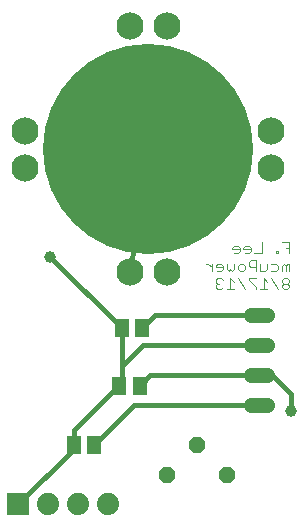
<source format=gbl>
G75*
G70*
%OFA0B0*%
%FSLAX24Y24*%
%IPPOS*%
%LPD*%
%AMOC8*
5,1,8,0,0,1.08239X$1,22.5*
%
%ADD10C,0.0030*%
%ADD11R,0.0512X0.0591*%
%ADD12OC8,0.0520*%
%ADD13R,0.0740X0.0740*%
%ADD14C,0.0740*%
%ADD15C,0.0515*%
%ADD16C,0.0906*%
%ADD17C,0.7008*%
%ADD18C,0.0160*%
%ADD19C,0.0396*%
D10*
X007164Y008915D02*
X007226Y008915D01*
X007349Y008791D01*
X007471Y008791D02*
X007471Y008853D01*
X007532Y008915D01*
X007656Y008915D01*
X007718Y008853D01*
X007718Y008729D01*
X007656Y008668D01*
X007532Y008668D01*
X007471Y008791D02*
X007718Y008791D01*
X007839Y008729D02*
X007839Y008915D01*
X007839Y008729D02*
X007901Y008668D01*
X007963Y008729D01*
X008024Y008668D01*
X008086Y008729D01*
X008086Y008915D01*
X008207Y008853D02*
X008207Y008729D01*
X008269Y008668D01*
X008393Y008668D01*
X008454Y008729D01*
X008454Y008853D01*
X008393Y008915D01*
X008269Y008915D01*
X008207Y008853D01*
X008208Y009268D02*
X008085Y009268D01*
X008208Y009268D02*
X008270Y009329D01*
X008270Y009453D01*
X008208Y009515D01*
X008085Y009515D01*
X008023Y009453D01*
X008023Y009391D01*
X008270Y009391D01*
X008392Y009391D02*
X008638Y009391D01*
X008638Y009329D02*
X008638Y009453D01*
X008577Y009515D01*
X008453Y009515D01*
X008392Y009453D01*
X008392Y009391D01*
X008453Y009268D02*
X008577Y009268D01*
X008638Y009329D01*
X008760Y009268D02*
X009007Y009268D01*
X009007Y009638D01*
X008823Y009038D02*
X008637Y009038D01*
X008576Y008976D01*
X008576Y008853D01*
X008637Y008791D01*
X008823Y008791D01*
X008823Y008668D02*
X008823Y009038D01*
X008944Y008915D02*
X008944Y008668D01*
X009129Y008668D01*
X009191Y008729D01*
X009191Y008915D01*
X009312Y008915D02*
X009497Y008915D01*
X009559Y008853D01*
X009559Y008729D01*
X009497Y008668D01*
X009312Y008668D01*
X009312Y008438D02*
X009559Y008068D01*
X009681Y008129D02*
X009742Y008068D01*
X009866Y008068D01*
X009928Y008129D01*
X009928Y008191D01*
X009866Y008253D01*
X009742Y008253D01*
X009681Y008191D01*
X009681Y008129D01*
X009742Y008253D02*
X009681Y008315D01*
X009681Y008376D01*
X009742Y008438D01*
X009866Y008438D01*
X009928Y008376D01*
X009928Y008315D01*
X009866Y008253D01*
X009928Y008668D02*
X009928Y008915D01*
X009866Y008915D01*
X009804Y008853D01*
X009742Y008915D01*
X009681Y008853D01*
X009681Y008668D01*
X009804Y008668D02*
X009804Y008853D01*
X009928Y009268D02*
X009928Y009638D01*
X009681Y009638D01*
X009804Y009453D02*
X009928Y009453D01*
X009559Y009329D02*
X009497Y009329D01*
X009497Y009268D01*
X009559Y009268D01*
X009559Y009329D01*
X009067Y008438D02*
X009191Y008315D01*
X009067Y008438D02*
X009067Y008068D01*
X008944Y008068D02*
X009191Y008068D01*
X008823Y008068D02*
X008823Y008129D01*
X008576Y008376D01*
X008576Y008438D01*
X008823Y008438D01*
X008454Y008068D02*
X008207Y008438D01*
X008086Y008315D02*
X007963Y008438D01*
X007963Y008068D01*
X008086Y008068D02*
X007839Y008068D01*
X007718Y008129D02*
X007656Y008068D01*
X007532Y008068D01*
X007471Y008129D01*
X007471Y008191D01*
X007532Y008253D01*
X007594Y008253D01*
X007532Y008253D02*
X007471Y008315D01*
X007471Y008376D01*
X007532Y008438D01*
X007656Y008438D01*
X007718Y008376D01*
X007349Y008668D02*
X007349Y008915D01*
D11*
X005021Y006769D03*
X004352Y006769D03*
X004265Y004848D03*
X004935Y004848D03*
X003419Y002856D03*
X002750Y002856D03*
D12*
X005836Y001868D03*
X006836Y002868D03*
X007836Y001868D03*
D13*
X000895Y000895D03*
D14*
X001895Y000895D03*
X002895Y000895D03*
X003895Y000895D03*
D15*
X008661Y004191D02*
X009176Y004191D01*
X009176Y005191D02*
X008661Y005191D01*
X008661Y006191D02*
X009176Y006191D01*
X009176Y007191D02*
X008661Y007191D01*
D16*
X005848Y008643D03*
X004628Y008643D03*
X001124Y012108D03*
X001124Y013328D03*
X004628Y016832D03*
X005848Y016832D03*
X009313Y013328D03*
X009313Y012108D03*
D17*
X005218Y012738D03*
D18*
X005139Y012147D01*
X004628Y008643D01*
X005443Y007191D02*
X005021Y006769D01*
X005049Y006191D02*
X004352Y005494D01*
X004352Y004935D01*
X004265Y004848D01*
X004218Y004848D01*
X002738Y003368D01*
X002738Y002868D01*
X002750Y002856D01*
X002750Y002750D01*
X000895Y000895D01*
X003419Y002856D02*
X004754Y004191D01*
X008919Y004191D01*
X008931Y005179D02*
X008919Y005191D01*
X005277Y005191D01*
X004935Y004848D01*
X004352Y005494D02*
X004352Y006769D01*
X001966Y009155D01*
X001950Y009155D01*
X005049Y006191D02*
X008919Y006191D01*
X008919Y007191D02*
X005443Y007191D01*
X008931Y005179D02*
X009391Y005179D01*
X009982Y004588D01*
X009982Y003998D01*
D19*
X009982Y003998D03*
X001950Y009155D03*
M02*

</source>
